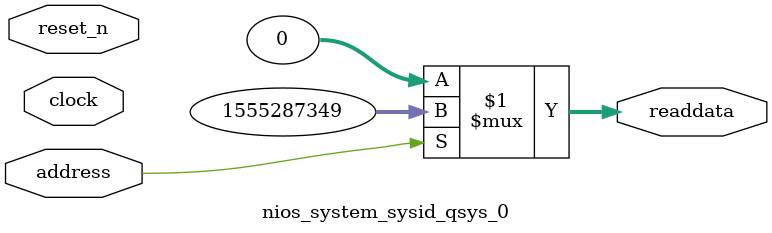
<source format=v>



// synthesis translate_off
`timescale 1ns / 1ps
// synthesis translate_on

// turn off superfluous verilog processor warnings 
// altera message_level Level1 
// altera message_off 10034 10035 10036 10037 10230 10240 10030 

module nios_system_sysid_qsys_0 (
               // inputs:
                address,
                clock,
                reset_n,

               // outputs:
                readdata
             )
;

  output  [ 31: 0] readdata;
  input            address;
  input            clock;
  input            reset_n;

  wire    [ 31: 0] readdata;
  //control_slave, which is an e_avalon_slave
  assign readdata = address ? 1555287349 : 0;

endmodule



</source>
